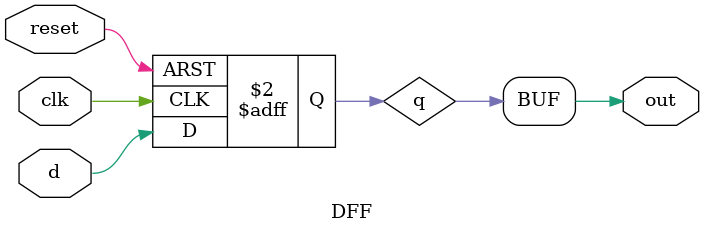
<source format=sv>
module DFF (
    input       clk,
    input       reset,
    input       d,
    output      out
);

    reg q;

    always @(posedge clk, posedge reset)
    begin
        if (reset) q <= 1'b0;
        else q <= d;
    end

    assign out = q;

endmodule
</source>
